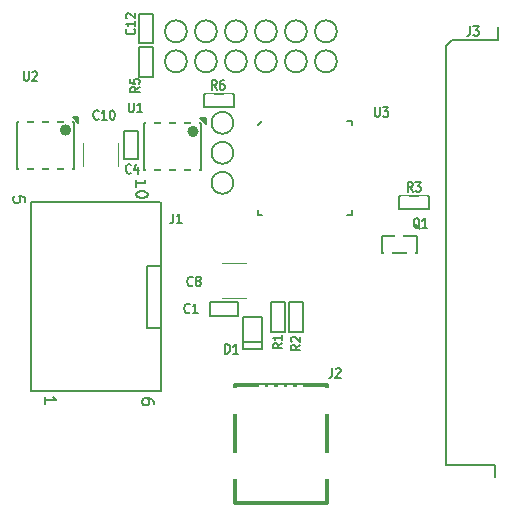
<source format=gto>
G04 #@! TF.GenerationSoftware,KiCad,Pcbnew,(5.1.0-9-gc61ec8ee3)*
G04 #@! TF.CreationDate,2019-03-28T20:20:23-04:00*
G04 #@! TF.ProjectId,MPG_PSoC,4d50475f-5053-46f4-932e-6b696361645f,rev?*
G04 #@! TF.SameCoordinates,Original*
G04 #@! TF.FileFunction,Legend,Top*
G04 #@! TF.FilePolarity,Positive*
%FSLAX46Y46*%
G04 Gerber Fmt 4.6, Leading zero omitted, Abs format (unit mm)*
G04 Created by KiCad (PCBNEW (5.1.0-9-gc61ec8ee3)) date 2019-03-28 20:20:23*
%MOMM*%
%LPD*%
G04 APERTURE LIST*
%ADD10C,0.150000*%
%ADD11C,0.127000*%
%ADD12C,0.300000*%
%ADD13C,0.120000*%
%ADD14C,0.304800*%
%ADD15R,5.102000X5.102000*%
%ADD16O,0.302000X1.102000*%
%ADD17O,1.102000X0.302000*%
%ADD18R,0.701440X2.100980*%
%ADD19C,6.452000*%
%ADD20R,0.802000X1.002000*%
%ADD21R,1.002000X0.802000*%
%ADD22R,1.302000X2.602000*%
%ADD23R,2.602000X1.302000*%
%ADD24R,1.052000X1.002000*%
%ADD25R,1.702000X1.702000*%
%ADD26C,1.702000*%
%ADD27R,2.299100X2.299100*%
%ADD28R,0.599840X2.299100*%
%ADD29C,1.001160*%
%ADD30R,3.912000X1.626000*%
%ADD31R,0.701440X1.102760*%
%ADD32C,1.602000*%
G04 APERTURE END LIST*
D10*
X128817619Y-81772095D02*
X128817619Y-81295904D01*
X128341428Y-81248285D01*
X128389047Y-81295904D01*
X128436666Y-81391142D01*
X128436666Y-81629238D01*
X128389047Y-81724476D01*
X128341428Y-81772095D01*
X128246190Y-81819714D01*
X128008095Y-81819714D01*
X127912857Y-81772095D01*
X127865238Y-81724476D01*
X127817619Y-81629238D01*
X127817619Y-81391142D01*
X127865238Y-81295904D01*
X127912857Y-81248285D01*
X138231619Y-80454523D02*
X138231619Y-79883095D01*
X138231619Y-80168809D02*
X139231619Y-80168809D01*
X139088761Y-80073571D01*
X138993523Y-79978333D01*
X138945904Y-79883095D01*
X139231619Y-81073571D02*
X139231619Y-81168809D01*
X139184000Y-81264047D01*
X139136380Y-81311666D01*
X139041142Y-81359285D01*
X138850666Y-81406904D01*
X138612571Y-81406904D01*
X138422095Y-81359285D01*
X138326857Y-81311666D01*
X138279238Y-81264047D01*
X138231619Y-81168809D01*
X138231619Y-81073571D01*
X138279238Y-80978333D01*
X138326857Y-80930714D01*
X138422095Y-80883095D01*
X138612571Y-80835476D01*
X138850666Y-80835476D01*
X139041142Y-80883095D01*
X139136380Y-80930714D01*
X139184000Y-80978333D01*
X139231619Y-81073571D01*
X139739619Y-98869476D02*
X139739619Y-98679000D01*
X139692000Y-98583761D01*
X139644380Y-98536142D01*
X139501523Y-98440904D01*
X139311047Y-98393285D01*
X138930095Y-98393285D01*
X138834857Y-98440904D01*
X138787238Y-98488523D01*
X138739619Y-98583761D01*
X138739619Y-98774238D01*
X138787238Y-98869476D01*
X138834857Y-98917095D01*
X138930095Y-98964714D01*
X139168190Y-98964714D01*
X139263428Y-98917095D01*
X139311047Y-98869476D01*
X139358666Y-98774238D01*
X139358666Y-98583761D01*
X139311047Y-98488523D01*
X139263428Y-98440904D01*
X139168190Y-98393285D01*
X130484619Y-98837714D02*
X130484619Y-98266285D01*
X130484619Y-98552000D02*
X131484619Y-98552000D01*
X131341761Y-98456761D01*
X131246523Y-98361523D01*
X131198904Y-98266285D01*
X148527000Y-75267000D02*
X148927000Y-74867000D01*
X156127000Y-74867000D02*
X156527000Y-74867000D01*
X156527000Y-74867000D02*
X156527000Y-75267000D01*
X148927000Y-82867000D02*
X148527000Y-82867000D01*
X148527000Y-82867000D02*
X148527000Y-82467000D01*
X156127000Y-82867000D02*
X156527000Y-82867000D01*
X156527000Y-82867000D02*
X156527000Y-82467000D01*
D11*
X138938000Y-79070200D02*
X143764000Y-79070200D01*
X138938000Y-75107800D02*
X138938000Y-79070200D01*
X143764000Y-75107800D02*
X138938000Y-75107800D01*
X143764000Y-79070200D02*
X143764000Y-75107800D01*
X144151000Y-75189000D02*
X143651000Y-74689000D01*
X144151000Y-74689000D02*
X144151000Y-75189000D01*
X143651000Y-74689000D02*
X144151000Y-74689000D01*
X143751000Y-74689000D02*
X144151000Y-75089000D01*
X143851000Y-74689000D02*
X144151000Y-74989000D01*
X143951000Y-74689000D02*
X144151000Y-74889000D01*
X144051000Y-74689000D02*
X144151000Y-74789000D01*
X143451000Y-75789000D02*
G75*
G03X143451000Y-75789000I-400000J0D01*
G01*
X143351000Y-75789000D02*
G75*
G03X143351000Y-75789000I-300000J0D01*
G01*
X143251000Y-75789000D02*
G75*
G03X143251000Y-75789000I-200000J0D01*
G01*
D12*
X143151000Y-75789000D02*
G75*
G03X143151000Y-75789000I-100000J0D01*
G01*
D11*
X144450500Y-91376500D02*
X144450500Y-90233500D01*
X146863500Y-91376500D02*
X144450500Y-91376500D01*
X146863500Y-90233500D02*
X146863500Y-91376500D01*
X144450500Y-90233500D02*
X146863500Y-90233500D01*
X138366500Y-75743500D02*
X138366500Y-78156500D01*
X138366500Y-78156500D02*
X137223500Y-78156500D01*
X137223500Y-78156500D02*
X137223500Y-75743500D01*
X137223500Y-75743500D02*
X138366500Y-75743500D01*
D13*
X147534000Y-86912000D02*
X145534000Y-86912000D01*
X145534000Y-89872000D02*
X147534000Y-89872000D01*
X133775000Y-76748000D02*
X133775000Y-78748000D01*
X136735000Y-78748000D02*
X136735000Y-76748000D01*
D10*
X147282000Y-94187000D02*
X147282000Y-91487000D01*
X148882000Y-94187000D02*
X148882000Y-91487000D01*
X147282000Y-94187000D02*
X148882000Y-94187000D01*
X147282000Y-91487000D02*
X148882000Y-91487000D01*
X147282000Y-93587000D02*
X148882000Y-93587000D01*
X140366000Y-97789000D02*
X140366000Y-81789000D01*
X140288000Y-81789000D02*
X129366000Y-81789000D01*
X129366000Y-81789000D02*
X129366000Y-97789000D01*
X129366000Y-97789000D02*
X140335000Y-97790000D01*
X140366000Y-92389000D02*
X139166000Y-92389000D01*
X139166000Y-92389000D02*
X139166000Y-87189000D01*
X139166000Y-87189000D02*
X140366000Y-87189000D01*
D14*
X146596100Y-97830640D02*
X145493740Y-97830640D01*
X145493740Y-97830640D02*
X145493740Y-99331780D01*
X145493740Y-99331780D02*
X146596100Y-99331780D01*
X155496260Y-99334320D02*
X154393900Y-99334320D01*
X155496260Y-97833180D02*
X155496260Y-99334320D01*
X154393900Y-97833180D02*
X155496260Y-97833180D01*
X154393900Y-103334820D02*
X155496260Y-103334820D01*
X155496260Y-103334820D02*
X155496260Y-104835960D01*
X155496260Y-104835960D02*
X154393900Y-104835960D01*
X146596100Y-103334820D02*
X145493740Y-103334820D01*
X145493740Y-103334820D02*
X145493740Y-104835960D01*
X145493740Y-104835960D02*
X146596100Y-104835960D01*
X146596100Y-107236260D02*
X154393900Y-107236260D01*
X154393900Y-107236260D02*
X154393900Y-97233740D01*
X154393900Y-97233740D02*
X146596100Y-97233740D01*
X146596100Y-97233740D02*
X146596100Y-107236260D01*
D10*
X168656000Y-104013000D02*
X168656000Y-105029000D01*
X164465000Y-104013000D02*
X168656000Y-104013000D01*
X164465000Y-68580000D02*
X164465000Y-104013000D01*
X164973000Y-68072000D02*
X164465000Y-68580000D01*
X168910000Y-68072000D02*
X164973000Y-68072000D01*
X168910000Y-68072000D02*
X168910000Y-66929000D01*
D11*
X159029400Y-86042500D02*
X159029400Y-84645500D01*
X162026600Y-86042500D02*
X159029400Y-86042500D01*
X162026600Y-84645500D02*
X162026600Y-86042500D01*
X159029400Y-84645500D02*
X162026600Y-84645500D01*
X160528000Y-84645500D02*
X160528000Y-83985100D01*
X159575500Y-86042500D02*
X159575500Y-86702900D01*
X161480500Y-86042500D02*
X161480500Y-86702900D01*
X149669500Y-92799000D02*
X149669500Y-90259000D01*
X149669500Y-90259000D02*
X150812500Y-90259000D01*
X150812500Y-90259000D02*
X150812500Y-92799000D01*
X150812500Y-92799000D02*
X149669500Y-92799000D01*
X152336500Y-92799000D02*
X151193500Y-92799000D01*
X152336500Y-90259000D02*
X152336500Y-92799000D01*
X151193500Y-90259000D02*
X152336500Y-90259000D01*
X151193500Y-92799000D02*
X151193500Y-90259000D01*
X160490000Y-81216500D02*
X163030000Y-81216500D01*
X163030000Y-81216500D02*
X163030000Y-82359500D01*
X163030000Y-82359500D02*
X160490000Y-82359500D01*
X160490000Y-82359500D02*
X160490000Y-81216500D01*
D10*
X145070338Y-69850000D02*
G75*
G03X145070338Y-69850000I-925338J0D01*
G01*
X145070338Y-67310000D02*
G75*
G03X145070338Y-67310000I-925338J0D01*
G01*
X147610338Y-69850000D02*
G75*
G03X147610338Y-69850000I-925338J0D01*
G01*
X147610338Y-67310000D02*
G75*
G03X147610338Y-67310000I-925338J0D01*
G01*
X150150338Y-69850000D02*
G75*
G03X150150338Y-69850000I-925338J0D01*
G01*
X150150338Y-67310000D02*
G75*
G03X150150338Y-67310000I-925338J0D01*
G01*
X152690338Y-69850000D02*
G75*
G03X152690338Y-69850000I-925338J0D01*
G01*
X152690338Y-67310000D02*
G75*
G03X152690338Y-67310000I-925338J0D01*
G01*
X155230338Y-69850000D02*
G75*
G03X155230338Y-69850000I-925338J0D01*
G01*
X155230338Y-67310000D02*
G75*
G03X155230338Y-67310000I-925338J0D01*
G01*
D12*
X132356000Y-75662000D02*
G75*
G03X132356000Y-75662000I-100000J0D01*
G01*
D11*
X132456000Y-75662000D02*
G75*
G03X132456000Y-75662000I-200000J0D01*
G01*
X132556000Y-75662000D02*
G75*
G03X132556000Y-75662000I-300000J0D01*
G01*
X132656000Y-75662000D02*
G75*
G03X132656000Y-75662000I-400000J0D01*
G01*
X133256000Y-74562000D02*
X133356000Y-74662000D01*
X133156000Y-74562000D02*
X133356000Y-74762000D01*
X133056000Y-74562000D02*
X133356000Y-74862000D01*
X132956000Y-74562000D02*
X133356000Y-74962000D01*
X132856000Y-74562000D02*
X133356000Y-74562000D01*
X133356000Y-74562000D02*
X133356000Y-75062000D01*
X133356000Y-75062000D02*
X132856000Y-74562000D01*
X132969000Y-78943200D02*
X132969000Y-74980800D01*
X132969000Y-74980800D02*
X128143000Y-74980800D01*
X128143000Y-74980800D02*
X128143000Y-78943200D01*
X128143000Y-78943200D02*
X132969000Y-78943200D01*
D10*
X142530338Y-69850000D02*
G75*
G03X142530338Y-69850000I-925338J0D01*
G01*
X142530338Y-67310000D02*
G75*
G03X142530338Y-67310000I-925338J0D01*
G01*
D11*
X139636500Y-65849500D02*
X139636500Y-68262500D01*
X139636500Y-68262500D02*
X138493500Y-68262500D01*
X138493500Y-68262500D02*
X138493500Y-65849500D01*
X138493500Y-65849500D02*
X139636500Y-65849500D01*
X139636500Y-71158000D02*
X138493500Y-71158000D01*
X139636500Y-68618000D02*
X139636500Y-71158000D01*
X138493500Y-68618000D02*
X139636500Y-68618000D01*
X138493500Y-71158000D02*
X138493500Y-68618000D01*
X146520000Y-73723500D02*
X143980000Y-73723500D01*
X143980000Y-73723500D02*
X143980000Y-72580500D01*
X143980000Y-72580500D02*
X146520000Y-72580500D01*
X146520000Y-72580500D02*
X146520000Y-73723500D01*
D10*
X146467338Y-75057000D02*
G75*
G03X146467338Y-75057000I-925338J0D01*
G01*
X146467338Y-77597000D02*
G75*
G03X146467338Y-77597000I-925338J0D01*
G01*
X146467338Y-80137000D02*
G75*
G03X146467338Y-80137000I-925338J0D01*
G01*
D11*
X158462133Y-73722895D02*
X158462133Y-74380876D01*
X158496000Y-74458285D01*
X158529866Y-74496990D01*
X158597600Y-74535695D01*
X158733066Y-74535695D01*
X158800800Y-74496990D01*
X158834666Y-74458285D01*
X158868533Y-74380876D01*
X158868533Y-73722895D01*
X159139466Y-73722895D02*
X159579733Y-73722895D01*
X159342666Y-74032533D01*
X159444266Y-74032533D01*
X159512000Y-74071238D01*
X159545866Y-74109942D01*
X159579733Y-74187352D01*
X159579733Y-74380876D01*
X159545866Y-74458285D01*
X159512000Y-74496990D01*
X159444266Y-74535695D01*
X159241066Y-74535695D01*
X159173333Y-74496990D01*
X159139466Y-74458285D01*
X137634133Y-73341895D02*
X137634133Y-73999876D01*
X137668000Y-74077285D01*
X137701866Y-74115990D01*
X137769600Y-74154695D01*
X137905066Y-74154695D01*
X137972800Y-74115990D01*
X138006666Y-74077285D01*
X138040533Y-73999876D01*
X138040533Y-73341895D01*
X138751733Y-74154695D02*
X138345333Y-74154695D01*
X138548533Y-74154695D02*
X138548533Y-73341895D01*
X138480800Y-73458009D01*
X138413066Y-73535419D01*
X138345333Y-73574123D01*
X142756466Y-91095285D02*
X142722600Y-91133990D01*
X142621000Y-91172695D01*
X142553266Y-91172695D01*
X142451666Y-91133990D01*
X142383933Y-91056580D01*
X142350066Y-90979171D01*
X142316200Y-90824352D01*
X142316200Y-90708238D01*
X142350066Y-90553419D01*
X142383933Y-90476009D01*
X142451666Y-90398600D01*
X142553266Y-90359895D01*
X142621000Y-90359895D01*
X142722600Y-90398600D01*
X142756466Y-90437304D01*
X143433800Y-91172695D02*
X143027400Y-91172695D01*
X143230600Y-91172695D02*
X143230600Y-90359895D01*
X143162866Y-90476009D01*
X143095133Y-90553419D01*
X143027400Y-90592123D01*
X137803466Y-79284285D02*
X137769600Y-79322990D01*
X137668000Y-79361695D01*
X137600266Y-79361695D01*
X137498666Y-79322990D01*
X137430933Y-79245580D01*
X137397066Y-79168171D01*
X137363200Y-79013352D01*
X137363200Y-78897238D01*
X137397066Y-78742419D01*
X137430933Y-78665009D01*
X137498666Y-78587600D01*
X137600266Y-78548895D01*
X137668000Y-78548895D01*
X137769600Y-78587600D01*
X137803466Y-78626304D01*
X138413066Y-78819828D02*
X138413066Y-79361695D01*
X138243733Y-78510190D02*
X138074400Y-79090761D01*
X138514666Y-79090761D01*
X143010466Y-88809285D02*
X142976600Y-88847990D01*
X142875000Y-88886695D01*
X142807266Y-88886695D01*
X142705666Y-88847990D01*
X142637933Y-88770580D01*
X142604066Y-88693171D01*
X142570200Y-88538352D01*
X142570200Y-88422238D01*
X142604066Y-88267419D01*
X142637933Y-88190009D01*
X142705666Y-88112600D01*
X142807266Y-88073895D01*
X142875000Y-88073895D01*
X142976600Y-88112600D01*
X143010466Y-88151304D01*
X143416866Y-88422238D02*
X143349133Y-88383533D01*
X143315266Y-88344828D01*
X143281400Y-88267419D01*
X143281400Y-88228714D01*
X143315266Y-88151304D01*
X143349133Y-88112600D01*
X143416866Y-88073895D01*
X143552333Y-88073895D01*
X143620066Y-88112600D01*
X143653933Y-88151304D01*
X143687800Y-88228714D01*
X143687800Y-88267419D01*
X143653933Y-88344828D01*
X143620066Y-88383533D01*
X143552333Y-88422238D01*
X143416866Y-88422238D01*
X143349133Y-88460942D01*
X143315266Y-88499647D01*
X143281400Y-88577057D01*
X143281400Y-88731876D01*
X143315266Y-88809285D01*
X143349133Y-88847990D01*
X143416866Y-88886695D01*
X143552333Y-88886695D01*
X143620066Y-88847990D01*
X143653933Y-88809285D01*
X143687800Y-88731876D01*
X143687800Y-88577057D01*
X143653933Y-88499647D01*
X143620066Y-88460942D01*
X143552333Y-88422238D01*
X135051800Y-74712285D02*
X135017933Y-74750990D01*
X134916333Y-74789695D01*
X134848600Y-74789695D01*
X134747000Y-74750990D01*
X134679266Y-74673580D01*
X134645400Y-74596171D01*
X134611533Y-74441352D01*
X134611533Y-74325238D01*
X134645400Y-74170419D01*
X134679266Y-74093009D01*
X134747000Y-74015600D01*
X134848600Y-73976895D01*
X134916333Y-73976895D01*
X135017933Y-74015600D01*
X135051800Y-74054304D01*
X135729133Y-74789695D02*
X135322733Y-74789695D01*
X135525933Y-74789695D02*
X135525933Y-73976895D01*
X135458200Y-74093009D01*
X135390466Y-74170419D01*
X135322733Y-74209123D01*
X136169400Y-73976895D02*
X136237133Y-73976895D01*
X136304866Y-74015600D01*
X136338733Y-74054304D01*
X136372600Y-74131714D01*
X136406466Y-74286533D01*
X136406466Y-74480057D01*
X136372600Y-74634876D01*
X136338733Y-74712285D01*
X136304866Y-74750990D01*
X136237133Y-74789695D01*
X136169400Y-74789695D01*
X136101666Y-74750990D01*
X136067800Y-74712285D01*
X136033933Y-74634876D01*
X136000066Y-74480057D01*
X136000066Y-74286533D01*
X136033933Y-74131714D01*
X136067800Y-74054304D01*
X136101666Y-74015600D01*
X136169400Y-73976895D01*
X145779066Y-94601695D02*
X145779066Y-93788895D01*
X145948400Y-93788895D01*
X146050000Y-93827600D01*
X146117733Y-93905009D01*
X146151600Y-93982419D01*
X146185466Y-94137238D01*
X146185466Y-94253352D01*
X146151600Y-94408171D01*
X146117733Y-94485580D01*
X146050000Y-94562990D01*
X145948400Y-94601695D01*
X145779066Y-94601695D01*
X146862800Y-94601695D02*
X146456400Y-94601695D01*
X146659600Y-94601695D02*
X146659600Y-93788895D01*
X146591866Y-93905009D01*
X146524133Y-93982419D01*
X146456400Y-94021123D01*
X141367933Y-82739895D02*
X141367933Y-83320466D01*
X141334066Y-83436580D01*
X141266333Y-83513990D01*
X141164733Y-83552695D01*
X141097000Y-83552695D01*
X142079133Y-83552695D02*
X141672733Y-83552695D01*
X141875933Y-83552695D02*
X141875933Y-82739895D01*
X141808200Y-82856009D01*
X141740466Y-82933419D01*
X141672733Y-82972123D01*
X154829933Y-95820895D02*
X154829933Y-96401466D01*
X154796066Y-96517580D01*
X154728333Y-96594990D01*
X154626733Y-96633695D01*
X154559000Y-96633695D01*
X155134733Y-95898304D02*
X155168600Y-95859600D01*
X155236333Y-95820895D01*
X155405666Y-95820895D01*
X155473400Y-95859600D01*
X155507266Y-95898304D01*
X155541133Y-95975714D01*
X155541133Y-96053123D01*
X155507266Y-96169238D01*
X155100866Y-96633695D01*
X155541133Y-96633695D01*
X166513933Y-66864895D02*
X166513933Y-67445466D01*
X166480066Y-67561580D01*
X166412333Y-67638990D01*
X166310733Y-67677695D01*
X166243000Y-67677695D01*
X166784866Y-66864895D02*
X167225133Y-66864895D01*
X166988066Y-67174533D01*
X167089666Y-67174533D01*
X167157400Y-67213238D01*
X167191266Y-67251942D01*
X167225133Y-67329352D01*
X167225133Y-67522876D01*
X167191266Y-67600285D01*
X167157400Y-67638990D01*
X167089666Y-67677695D01*
X166886466Y-67677695D01*
X166818733Y-67638990D01*
X166784866Y-67600285D01*
X162238266Y-84011104D02*
X162170533Y-83972400D01*
X162102800Y-83894990D01*
X162001200Y-83778876D01*
X161933466Y-83740171D01*
X161865733Y-83740171D01*
X161899600Y-83933695D02*
X161831866Y-83894990D01*
X161764133Y-83817580D01*
X161730266Y-83662761D01*
X161730266Y-83391828D01*
X161764133Y-83237009D01*
X161831866Y-83159600D01*
X161899600Y-83120895D01*
X162035066Y-83120895D01*
X162102800Y-83159600D01*
X162170533Y-83237009D01*
X162204400Y-83391828D01*
X162204400Y-83662761D01*
X162170533Y-83817580D01*
X162102800Y-83894990D01*
X162035066Y-83933695D01*
X161899600Y-83933695D01*
X162881733Y-83933695D02*
X162475333Y-83933695D01*
X162678533Y-83933695D02*
X162678533Y-83120895D01*
X162610800Y-83237009D01*
X162543066Y-83314419D01*
X162475333Y-83353123D01*
X150608695Y-93717533D02*
X150221647Y-93954600D01*
X150608695Y-94123933D02*
X149795895Y-94123933D01*
X149795895Y-93853000D01*
X149834600Y-93785266D01*
X149873304Y-93751400D01*
X149950714Y-93717533D01*
X150066828Y-93717533D01*
X150144238Y-93751400D01*
X150182942Y-93785266D01*
X150221647Y-93853000D01*
X150221647Y-94123933D01*
X150608695Y-93040200D02*
X150608695Y-93446600D01*
X150608695Y-93243400D02*
X149795895Y-93243400D01*
X149912009Y-93311133D01*
X149989419Y-93378866D01*
X150028123Y-93446600D01*
X152132695Y-93844533D02*
X151745647Y-94081600D01*
X152132695Y-94250933D02*
X151319895Y-94250933D01*
X151319895Y-93980000D01*
X151358600Y-93912266D01*
X151397304Y-93878400D01*
X151474714Y-93844533D01*
X151590828Y-93844533D01*
X151668238Y-93878400D01*
X151706942Y-93912266D01*
X151745647Y-93980000D01*
X151745647Y-94250933D01*
X151397304Y-93573600D02*
X151358600Y-93539733D01*
X151319895Y-93472000D01*
X151319895Y-93302666D01*
X151358600Y-93234933D01*
X151397304Y-93201066D01*
X151474714Y-93167200D01*
X151552123Y-93167200D01*
X151668238Y-93201066D01*
X152132695Y-93607466D01*
X152132695Y-93167200D01*
X161641466Y-80885695D02*
X161404400Y-80498647D01*
X161235066Y-80885695D02*
X161235066Y-80072895D01*
X161506000Y-80072895D01*
X161573733Y-80111600D01*
X161607600Y-80150304D01*
X161641466Y-80227714D01*
X161641466Y-80343828D01*
X161607600Y-80421238D01*
X161573733Y-80459942D01*
X161506000Y-80498647D01*
X161235066Y-80498647D01*
X161878533Y-80072895D02*
X162318800Y-80072895D01*
X162081733Y-80382533D01*
X162183333Y-80382533D01*
X162251066Y-80421238D01*
X162284933Y-80459942D01*
X162318800Y-80537352D01*
X162318800Y-80730876D01*
X162284933Y-80808285D01*
X162251066Y-80846990D01*
X162183333Y-80885695D01*
X161980133Y-80885695D01*
X161912400Y-80846990D01*
X161878533Y-80808285D01*
X128744133Y-70674895D02*
X128744133Y-71332876D01*
X128778000Y-71410285D01*
X128811866Y-71448990D01*
X128879600Y-71487695D01*
X129015066Y-71487695D01*
X129082800Y-71448990D01*
X129116666Y-71410285D01*
X129150533Y-71332876D01*
X129150533Y-70674895D01*
X129455333Y-70752304D02*
X129489200Y-70713600D01*
X129556933Y-70674895D01*
X129726266Y-70674895D01*
X129794000Y-70713600D01*
X129827866Y-70752304D01*
X129861733Y-70829714D01*
X129861733Y-70907123D01*
X129827866Y-71023238D01*
X129421466Y-71487695D01*
X129861733Y-71487695D01*
X138085285Y-67132200D02*
X138123990Y-67166066D01*
X138162695Y-67267666D01*
X138162695Y-67335400D01*
X138123990Y-67437000D01*
X138046580Y-67504733D01*
X137969171Y-67538600D01*
X137814352Y-67572466D01*
X137698238Y-67572466D01*
X137543419Y-67538600D01*
X137466009Y-67504733D01*
X137388600Y-67437000D01*
X137349895Y-67335400D01*
X137349895Y-67267666D01*
X137388600Y-67166066D01*
X137427304Y-67132200D01*
X138162695Y-66454866D02*
X138162695Y-66861266D01*
X138162695Y-66658066D02*
X137349895Y-66658066D01*
X137466009Y-66725800D01*
X137543419Y-66793533D01*
X137582123Y-66861266D01*
X137427304Y-66183933D02*
X137388600Y-66150066D01*
X137349895Y-66082333D01*
X137349895Y-65913000D01*
X137388600Y-65845266D01*
X137427304Y-65811400D01*
X137504714Y-65777533D01*
X137582123Y-65777533D01*
X137698238Y-65811400D01*
X138162695Y-66217800D01*
X138162695Y-65777533D01*
X138543695Y-72000533D02*
X138156647Y-72237600D01*
X138543695Y-72406933D02*
X137730895Y-72406933D01*
X137730895Y-72136000D01*
X137769600Y-72068266D01*
X137808304Y-72034400D01*
X137885714Y-72000533D01*
X138001828Y-72000533D01*
X138079238Y-72034400D01*
X138117942Y-72068266D01*
X138156647Y-72136000D01*
X138156647Y-72406933D01*
X137730895Y-71357066D02*
X137730895Y-71695733D01*
X138117942Y-71729600D01*
X138079238Y-71695733D01*
X138040533Y-71628000D01*
X138040533Y-71458666D01*
X138079238Y-71390933D01*
X138117942Y-71357066D01*
X138195352Y-71323200D01*
X138388876Y-71323200D01*
X138466285Y-71357066D01*
X138504990Y-71390933D01*
X138543695Y-71458666D01*
X138543695Y-71628000D01*
X138504990Y-71695733D01*
X138466285Y-71729600D01*
X145042466Y-72249695D02*
X144805400Y-71862647D01*
X144636066Y-72249695D02*
X144636066Y-71436895D01*
X144907000Y-71436895D01*
X144974733Y-71475600D01*
X145008600Y-71514304D01*
X145042466Y-71591714D01*
X145042466Y-71707828D01*
X145008600Y-71785238D01*
X144974733Y-71823942D01*
X144907000Y-71862647D01*
X144636066Y-71862647D01*
X145652066Y-71436895D02*
X145516600Y-71436895D01*
X145448866Y-71475600D01*
X145415000Y-71514304D01*
X145347266Y-71630419D01*
X145313400Y-71785238D01*
X145313400Y-72094876D01*
X145347266Y-72172285D01*
X145381133Y-72210990D01*
X145448866Y-72249695D01*
X145584333Y-72249695D01*
X145652066Y-72210990D01*
X145685933Y-72172285D01*
X145719800Y-72094876D01*
X145719800Y-71901352D01*
X145685933Y-71823942D01*
X145652066Y-71785238D01*
X145584333Y-71746533D01*
X145448866Y-71746533D01*
X145381133Y-71785238D01*
X145347266Y-71823942D01*
X145313400Y-71901352D01*
%LPC*%
D15*
X152527000Y-78867000D03*
D16*
X149327000Y-74767000D03*
X149727000Y-74767000D03*
X150127000Y-74767000D03*
X150527000Y-74767000D03*
X150927000Y-74767000D03*
X151327000Y-74767000D03*
X151727000Y-74767000D03*
X152127000Y-74767000D03*
X152527000Y-74767000D03*
X152927000Y-74767000D03*
X153327000Y-74767000D03*
X153727000Y-74767000D03*
X154127000Y-74767000D03*
X154527000Y-74767000D03*
X154927000Y-74767000D03*
X155327000Y-74767000D03*
X155727000Y-74767000D03*
D17*
X156627000Y-75667000D03*
X156627000Y-76067000D03*
X156627000Y-76467000D03*
X156627000Y-76867000D03*
X156627000Y-77267000D03*
X156627000Y-77667000D03*
X156627000Y-78067000D03*
X156627000Y-78467000D03*
X156627000Y-78867000D03*
X156627000Y-79267000D03*
X156627000Y-79667000D03*
X156627000Y-80067000D03*
X156627000Y-80467000D03*
X156627000Y-80867000D03*
X156627000Y-81267000D03*
X156627000Y-81667000D03*
X156627000Y-82067000D03*
D16*
X155727000Y-82967000D03*
X155327000Y-82967000D03*
X154927000Y-82967000D03*
X154527000Y-82967000D03*
X154127000Y-82967000D03*
X153727000Y-82967000D03*
X153327000Y-82967000D03*
X152927000Y-82967000D03*
X152527000Y-82967000D03*
X152127000Y-82967000D03*
X151727000Y-82967000D03*
X151327000Y-82967000D03*
X150927000Y-82967000D03*
X150527000Y-82967000D03*
X150127000Y-82967000D03*
X149727000Y-82967000D03*
X149327000Y-82967000D03*
D17*
X148427000Y-82067000D03*
X148427000Y-81667000D03*
X148427000Y-81267000D03*
X148427000Y-80867000D03*
X148427000Y-80467000D03*
X148427000Y-80067000D03*
X148427000Y-79667000D03*
X148427000Y-79267000D03*
X148427000Y-78867000D03*
X148427000Y-78467000D03*
X148427000Y-78067000D03*
X148427000Y-77667000D03*
X148427000Y-77267000D03*
X148427000Y-76867000D03*
X148427000Y-76467000D03*
X148427000Y-76067000D03*
X148427000Y-75667000D03*
D18*
X143256000Y-79883000D03*
X141986000Y-79883000D03*
X140716000Y-79883000D03*
X139446000Y-79883000D03*
X139446000Y-74295000D03*
X140716000Y-74295000D03*
X141986000Y-74295000D03*
X143256000Y-74295000D03*
D19*
X160020000Y-101600000D03*
X160020000Y-69850000D03*
X135255000Y-101600000D03*
X134620000Y-69850000D03*
D20*
X144907000Y-90805000D03*
X146407000Y-90805000D03*
D21*
X137795000Y-77700000D03*
X137795000Y-76200000D03*
D22*
X145034000Y-88392000D03*
X148034000Y-88392000D03*
D23*
X135255000Y-79248000D03*
X135255000Y-76248000D03*
D24*
X148082000Y-94862000D03*
X148082000Y-90812000D03*
D25*
X133096000Y-94869000D03*
D26*
X135636000Y-94869000D03*
X133096000Y-92329000D03*
X135636000Y-92329000D03*
X133096000Y-89789000D03*
X135636000Y-89789000D03*
X133096000Y-87249000D03*
X135636000Y-87249000D03*
X133096000Y-84709000D03*
X135636000Y-84709000D03*
D27*
X154924760Y-98615500D03*
D28*
X148897340Y-98336100D03*
X149697440Y-98336100D03*
X150495000Y-98336100D03*
X151292560Y-98336100D03*
X152092660Y-98336100D03*
D29*
X148297900Y-100863400D03*
X152694640Y-100863400D03*
D27*
X146065240Y-98615500D03*
X146065240Y-104114600D03*
X154924760Y-104114600D03*
D30*
X166751000Y-102743000D03*
X166751000Y-99949000D03*
X166751000Y-97155000D03*
X166751000Y-94361000D03*
X166751000Y-91567000D03*
X166751000Y-88773000D03*
X166751000Y-85979000D03*
X166751000Y-83185000D03*
X166751000Y-80391000D03*
X166751000Y-77597000D03*
X166751000Y-74803000D03*
X166751000Y-72009000D03*
X166751000Y-69215000D03*
D31*
X161480500Y-86400640D03*
X160528000Y-84287360D03*
X159575500Y-86400640D03*
D21*
X150241000Y-90729000D03*
X150241000Y-92329000D03*
X151765000Y-92329000D03*
X151765000Y-90729000D03*
D20*
X162560000Y-81788000D03*
X160960000Y-81788000D03*
D32*
X144145000Y-69850000D03*
X144145000Y-67310000D03*
X146685000Y-69850000D03*
X146685000Y-67310000D03*
X149225000Y-69850000D03*
X149225000Y-67310000D03*
X151765000Y-69850000D03*
X151765000Y-67310000D03*
X154305000Y-69850000D03*
X154305000Y-67310000D03*
D18*
X132461000Y-74168000D03*
X131191000Y-74168000D03*
X129921000Y-74168000D03*
X128651000Y-74168000D03*
X128651000Y-79756000D03*
X129921000Y-79756000D03*
X131191000Y-79756000D03*
X132461000Y-79756000D03*
D32*
X141605000Y-69850000D03*
X141605000Y-67310000D03*
D21*
X139065000Y-67806000D03*
X139065000Y-66306000D03*
X139065000Y-70688000D03*
X139065000Y-69088000D03*
D20*
X144450000Y-73152000D03*
X146050000Y-73152000D03*
D32*
X145542000Y-75057000D03*
X145542000Y-77597000D03*
X145542000Y-80137000D03*
M02*

</source>
